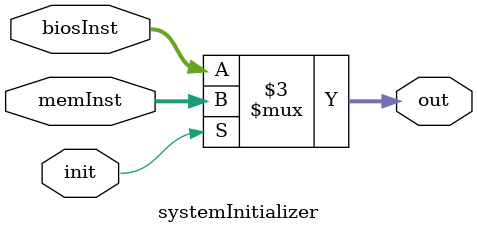
<source format=v>
module systemInitializer (init, out, biosInst, memInst); //multiplexador entre bios ou memoria de instrucoes
	input init;
	input [31:0] biosInst, memInst;
	output reg [31:0] out;
	
	always @(*) begin
		if(init)
			out = memInst; //senao executar a memoria de instrucoes 
			
		else 
			out = biosInst; //se ainda ha instrucoes na bios, executar a bios 
	
	end
endmodule 
</source>
